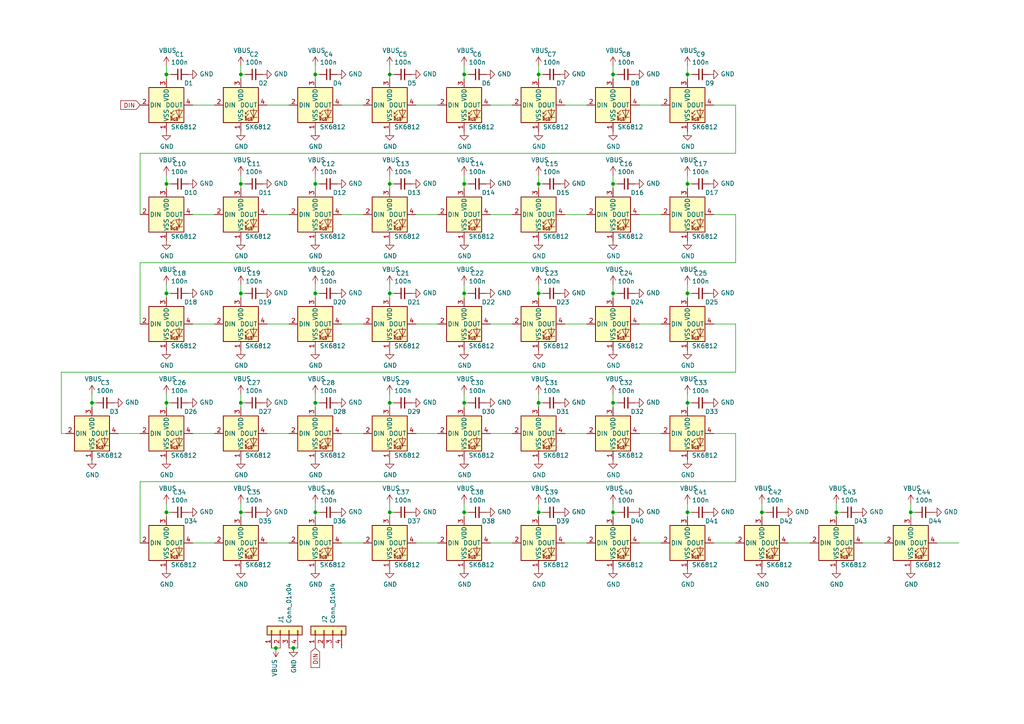
<source format=kicad_sch>
(kicad_sch (version 20211123) (generator eeschema)
  (paper "A4")
  (junction (at 177.8 53.34))
  (junction (at 199.39 53.34))
  (junction (at 91.44 53.34))
  (junction (at 113.03 148.59))
  (junction (at 134.62 21.59))
  (junction (at 69.85 148.59))
  (junction (at 177.8 85.09))
  (junction (at 48.26 116.84))
  (junction (at 134.62 85.09))
  (junction (at 177.8 148.59))
  (junction (at 156.21 53.34))
  (junction (at 91.44 85.09))
  (junction (at 113.03 21.59))
  (junction (at 134.62 148.59))
  (junction (at 91.44 21.59))
  (junction (at 69.85 21.59))
  (junction (at 48.26 53.34))
  (junction (at 69.85 53.34))
  (junction (at 199.39 85.09))
  (junction (at 113.03 53.34))
  (junction (at 48.26 21.59))
  (junction (at 69.85 116.84))
  (junction (at 199.39 116.84))
  (junction (at 177.8 116.84))
  (junction (at 91.44 148.59))
  (junction (at 199.39 148.59))
  (junction (at 156.21 21.59))
  (junction (at 156.21 116.84))
  (junction (at 113.03 85.09))
  (junction (at 242.57 148.59))
  (junction (at 26.67 116.84))
  (junction (at 177.8 21.59))
  (junction (at 48.26 148.59))
  (junction (at 156.21 148.59))
  (junction (at 199.39 21.59))
  (junction (at 80.01 187.96))
  (junction (at 113.03 116.84))
  (junction (at 48.26 85.09))
  (junction (at 220.98 148.59))
  (junction (at 156.21 85.09))
  (junction (at 134.62 116.84))
  (junction (at 134.62 53.34))
  (junction (at 91.44 116.84))
  (junction (at 85.09 187.96))
  (junction (at 69.85 85.09))
  (junction (at 264.16 148.59))
  (wire (pts (xy 48.26 19.05) (xy 48.26 21.59)))
  (wire (pts (xy 48.26 146.05) (xy 48.26 148.59)))
  (wire (pts (xy 55.88 93.98) (xy 62.23 93.98)))
  (wire (pts (xy 243.84 148.59) (xy 242.57 148.59)))
  (wire (pts (xy 163.83 62.23) (xy 170.18 62.23)))
  (wire (pts (xy 48.26 53.34) (xy 48.26 54.61)))
  (wire (pts (xy 220.98 146.05) (xy 220.98 148.59)))
  (wire (pts (xy 185.42 157.48) (xy 191.77 157.48)))
  (wire (pts (xy 135.89 53.34) (xy 134.62 53.34)))
  (wire (pts (xy 49.53 148.59) (xy 48.26 148.59)))
  (wire (pts (xy 91.44 53.34) (xy 91.44 54.61)))
  (wire (pts (xy 134.62 21.59) (xy 134.62 22.86)))
  (wire (pts (xy 207.01 157.48) (xy 213.36 157.48)))
  (wire (pts (xy 120.65 93.98) (xy 127 93.98)))
  (wire (pts (xy 71.12 21.59) (xy 69.85 21.59)))
  (wire (pts (xy 213.36 44.45) (xy 40.64 44.45)))
  (wire (pts (xy 55.88 157.48) (xy 62.23 157.48)))
  (wire (pts (xy 135.89 85.09) (xy 134.62 85.09)))
  (wire (pts (xy 69.85 53.34) (xy 69.85 54.61)))
  (wire (pts (xy 199.39 53.34) (xy 199.39 54.61)))
  (wire (pts (xy 200.66 148.59) (xy 199.39 148.59)))
  (wire (pts (xy 113.03 19.05) (xy 113.03 21.59)))
  (wire (pts (xy 200.66 21.59) (xy 199.39 21.59)))
  (wire (pts (xy 40.64 139.7) (xy 40.64 157.48)))
  (wire (pts (xy 91.44 82.55) (xy 91.44 85.09)))
  (wire (pts (xy 177.8 19.05) (xy 177.8 21.59)))
  (wire (pts (xy 69.85 116.84) (xy 69.85 118.11)))
  (wire (pts (xy 179.07 148.59) (xy 177.8 148.59)))
  (wire (pts (xy 34.29 125.73) (xy 40.64 125.73)))
  (wire (pts (xy 77.47 62.23) (xy 83.82 62.23)))
  (wire (pts (xy 134.62 53.34) (xy 134.62 54.61)))
  (wire (pts (xy 80.01 187.96) (xy 81.28 187.96)))
  (wire (pts (xy 200.66 116.84) (xy 199.39 116.84)))
  (wire (pts (xy 142.24 30.48) (xy 148.59 30.48)))
  (wire (pts (xy 179.07 85.09) (xy 177.8 85.09)))
  (wire (pts (xy 185.42 93.98) (xy 191.77 93.98)))
  (wire (pts (xy 179.07 21.59) (xy 177.8 21.59)))
  (wire (pts (xy 220.98 148.59) (xy 220.98 149.86)))
  (wire (pts (xy 157.48 85.09) (xy 156.21 85.09)))
  (wire (pts (xy 222.25 148.59) (xy 220.98 148.59)))
  (wire (pts (xy 157.48 116.84) (xy 156.21 116.84)))
  (wire (pts (xy 185.42 125.73) (xy 191.77 125.73)))
  (wire (pts (xy 77.47 125.73) (xy 83.82 125.73)))
  (wire (pts (xy 49.53 21.59) (xy 48.26 21.59)))
  (wire (pts (xy 213.36 44.45) (xy 213.36 30.48)))
  (wire (pts (xy 179.07 53.34) (xy 177.8 53.34)))
  (wire (pts (xy 48.26 21.59) (xy 48.26 22.86)))
  (wire (pts (xy 113.03 148.59) (xy 113.03 149.86)))
  (wire (pts (xy 157.48 21.59) (xy 156.21 21.59)))
  (wire (pts (xy 134.62 146.05) (xy 134.62 148.59)))
  (wire (pts (xy 99.06 125.73) (xy 105.41 125.73)))
  (wire (pts (xy 40.64 76.2) (xy 40.64 93.98)))
  (wire (pts (xy 17.78 107.95) (xy 213.36 107.95)))
  (wire (pts (xy 213.36 125.73) (xy 213.36 139.7)))
  (wire (pts (xy 185.42 30.48) (xy 191.77 30.48)))
  (wire (pts (xy 99.06 62.23) (xy 105.41 62.23)))
  (wire (pts (xy 48.26 116.84) (xy 48.26 118.11)))
  (wire (pts (xy 134.62 116.84) (xy 134.62 118.11)))
  (wire (pts (xy 91.44 146.05) (xy 91.44 148.59)))
  (wire (pts (xy 83.82 187.96) (xy 85.09 187.96)))
  (wire (pts (xy 71.12 116.84) (xy 69.85 116.84)))
  (wire (pts (xy 49.53 85.09) (xy 48.26 85.09)))
  (wire (pts (xy 85.09 187.96) (xy 86.36 187.96)))
  (wire (pts (xy 69.85 82.55) (xy 69.85 85.09)))
  (wire (pts (xy 114.3 21.59) (xy 113.03 21.59)))
  (wire (pts (xy 49.53 53.34) (xy 48.26 53.34)))
  (wire (pts (xy 77.47 157.48) (xy 83.82 157.48)))
  (wire (pts (xy 55.88 30.48) (xy 62.23 30.48)))
  (wire (pts (xy 199.39 146.05) (xy 199.39 148.59)))
  (wire (pts (xy 26.67 114.3) (xy 26.67 116.84)))
  (wire (pts (xy 142.24 62.23) (xy 148.59 62.23)))
  (wire (pts (xy 55.88 125.73) (xy 62.23 125.73)))
  (wire (pts (xy 69.85 114.3) (xy 69.85 116.84)))
  (wire (pts (xy 265.43 148.59) (xy 264.16 148.59)))
  (wire (pts (xy 177.8 146.05) (xy 177.8 148.59)))
  (wire (pts (xy 156.21 82.55) (xy 156.21 85.09)))
  (wire (pts (xy 134.62 82.55) (xy 134.62 85.09)))
  (wire (pts (xy 177.8 50.8) (xy 177.8 53.34)))
  (wire (pts (xy 27.94 116.84) (xy 26.67 116.84)))
  (wire (pts (xy 91.44 114.3) (xy 91.44 116.84)))
  (wire (pts (xy 157.48 148.59) (xy 156.21 148.59)))
  (wire (pts (xy 156.21 19.05) (xy 156.21 21.59)))
  (wire (pts (xy 264.16 146.05) (xy 264.16 148.59)))
  (wire (pts (xy 213.36 62.23) (xy 213.36 76.2)))
  (wire (pts (xy 156.21 53.34) (xy 156.21 54.61)))
  (wire (pts (xy 200.66 85.09) (xy 199.39 85.09)))
  (wire (pts (xy 91.44 50.8) (xy 91.44 53.34)))
  (wire (pts (xy 114.3 53.34) (xy 113.03 53.34)))
  (wire (pts (xy 199.39 50.8) (xy 199.39 53.34)))
  (wire (pts (xy 71.12 148.59) (xy 69.85 148.59)))
  (wire (pts (xy 185.42 62.23) (xy 191.77 62.23)))
  (wire (pts (xy 157.48 53.34) (xy 156.21 53.34)))
  (wire (pts (xy 69.85 50.8) (xy 69.85 53.34)))
  (wire (pts (xy 135.89 21.59) (xy 134.62 21.59)))
  (wire (pts (xy 71.12 85.09) (xy 69.85 85.09)))
  (wire (pts (xy 156.21 114.3) (xy 156.21 116.84)))
  (wire (pts (xy 120.65 157.48) (xy 127 157.48)))
  (wire (pts (xy 114.3 148.59) (xy 113.03 148.59)))
  (wire (pts (xy 92.71 85.09) (xy 91.44 85.09)))
  (wire (pts (xy 99.06 157.48) (xy 105.41 157.48)))
  (wire (pts (xy 113.03 114.3) (xy 113.03 116.84)))
  (wire (pts (xy 17.78 125.73) (xy 19.05 125.73)))
  (wire (pts (xy 113.03 50.8) (xy 113.03 53.34)))
  (wire (pts (xy 48.26 114.3) (xy 48.26 116.84)))
  (wire (pts (xy 250.19 157.48) (xy 256.54 157.48)))
  (wire (pts (xy 207.01 125.73) (xy 213.36 125.73)))
  (wire (pts (xy 48.26 82.55) (xy 48.26 85.09)))
  (wire (pts (xy 69.85 21.59) (xy 69.85 22.86)))
  (wire (pts (xy 177.8 21.59) (xy 177.8 22.86)))
  (wire (pts (xy 91.44 85.09) (xy 91.44 86.36)))
  (wire (pts (xy 114.3 85.09) (xy 113.03 85.09)))
  (wire (pts (xy 49.53 116.84) (xy 48.26 116.84)))
  (wire (pts (xy 163.83 157.48) (xy 170.18 157.48)))
  (wire (pts (xy 120.65 62.23) (xy 127 62.23)))
  (wire (pts (xy 177.8 53.34) (xy 177.8 54.61)))
  (wire (pts (xy 156.21 146.05) (xy 156.21 148.59)))
  (wire (pts (xy 156.21 148.59) (xy 156.21 149.86)))
  (wire (pts (xy 199.39 82.55) (xy 199.39 85.09)))
  (wire (pts (xy 113.03 82.55) (xy 113.03 85.09)))
  (wire (pts (xy 91.44 19.05) (xy 91.44 21.59)))
  (wire (pts (xy 199.39 114.3) (xy 199.39 116.84)))
  (wire (pts (xy 69.85 85.09) (xy 69.85 86.36)))
  (wire (pts (xy 199.39 85.09) (xy 199.39 86.36)))
  (wire (pts (xy 142.24 157.48) (xy 148.59 157.48)))
  (wire (pts (xy 242.57 148.59) (xy 242.57 149.86)))
  (wire (pts (xy 17.78 107.95) (xy 17.78 125.73)))
  (wire (pts (xy 113.03 116.84) (xy 113.03 118.11)))
  (wire (pts (xy 48.26 50.8) (xy 48.26 53.34)))
  (wire (pts (xy 92.71 21.59) (xy 91.44 21.59)))
  (wire (pts (xy 91.44 21.59) (xy 91.44 22.86)))
  (wire (pts (xy 213.36 93.98) (xy 213.36 107.95)))
  (wire (pts (xy 78.74 187.96) (xy 80.01 187.96)))
  (wire (pts (xy 199.39 116.84) (xy 199.39 118.11)))
  (wire (pts (xy 177.8 116.84) (xy 177.8 118.11)))
  (wire (pts (xy 48.26 148.59) (xy 48.26 149.86)))
  (wire (pts (xy 142.24 93.98) (xy 148.59 93.98)))
  (wire (pts (xy 48.26 85.09) (xy 48.26 86.36)))
  (wire (pts (xy 26.67 116.84) (xy 26.67 118.11)))
  (wire (pts (xy 271.78 157.48) (xy 278.13 157.48)))
  (wire (pts (xy 91.44 148.59) (xy 91.44 149.86)))
  (wire (pts (xy 134.62 50.8) (xy 134.62 53.34)))
  (wire (pts (xy 156.21 21.59) (xy 156.21 22.86)))
  (wire (pts (xy 156.21 116.84) (xy 156.21 118.11)))
  (wire (pts (xy 69.85 148.59) (xy 69.85 149.86)))
  (wire (pts (xy 207.01 62.23) (xy 213.36 62.23)))
  (wire (pts (xy 177.8 148.59) (xy 177.8 149.86)))
  (wire (pts (xy 135.89 148.59) (xy 134.62 148.59)))
  (wire (pts (xy 113.03 53.34) (xy 113.03 54.61)))
  (wire (pts (xy 69.85 19.05) (xy 69.85 21.59)))
  (wire (pts (xy 213.36 139.7) (xy 40.64 139.7)))
  (wire (pts (xy 91.44 116.84) (xy 91.44 118.11)))
  (wire (pts (xy 177.8 114.3) (xy 177.8 116.84)))
  (wire (pts (xy 179.07 116.84) (xy 177.8 116.84)))
  (wire (pts (xy 163.83 93.98) (xy 170.18 93.98)))
  (wire (pts (xy 156.21 50.8) (xy 156.21 53.34)))
  (wire (pts (xy 163.83 30.48) (xy 170.18 30.48)))
  (wire (pts (xy 142.24 125.73) (xy 148.59 125.73)))
  (wire (pts (xy 99.06 93.98) (xy 105.41 93.98)))
  (wire (pts (xy 213.36 76.2) (xy 40.64 76.2)))
  (wire (pts (xy 120.65 125.73) (xy 127 125.73)))
  (wire (pts (xy 199.39 19.05) (xy 199.39 21.59)))
  (wire (pts (xy 199.39 21.59) (xy 199.39 22.86)))
  (wire (pts (xy 134.62 148.59) (xy 134.62 149.86)))
  (wire (pts (xy 207.01 93.98) (xy 213.36 93.98)))
  (wire (pts (xy 77.47 30.48) (xy 83.82 30.48)))
  (wire (pts (xy 134.62 114.3) (xy 134.62 116.84)))
  (wire (pts (xy 92.71 116.84) (xy 91.44 116.84)))
  (wire (pts (xy 207.01 30.48) (xy 213.36 30.48)))
  (wire (pts (xy 69.85 146.05) (xy 69.85 148.59)))
  (wire (pts (xy 199.39 148.59) (xy 199.39 149.86)))
  (wire (pts (xy 77.47 93.98) (xy 83.82 93.98)))
  (wire (pts (xy 92.71 148.59) (xy 91.44 148.59)))
  (wire (pts (xy 200.66 53.34) (xy 199.39 53.34)))
  (wire (pts (xy 99.06 30.48) (xy 105.41 30.48)))
  (wire (pts (xy 135.89 116.84) (xy 134.62 116.84)))
  (wire (pts (xy 113.03 21.59) (xy 113.03 22.86)))
  (wire (pts (xy 120.65 30.48) (xy 127 30.48)))
  (wire (pts (xy 177.8 82.55) (xy 177.8 85.09)))
  (wire (pts (xy 71.12 53.34) (xy 69.85 53.34)))
  (wire (pts (xy 40.64 44.45) (xy 40.64 62.23)))
  (wire (pts (xy 55.88 62.23) (xy 62.23 62.23)))
  (wire (pts (xy 92.71 53.34) (xy 91.44 53.34)))
  (wire (pts (xy 163.83 125.73) (xy 170.18 125.73)))
  (wire (pts (xy 242.57 146.05) (xy 242.57 148.59)))
  (wire (pts (xy 264.16 148.59) (xy 264.16 149.86)))
  (wire (pts (xy 177.8 85.09) (xy 177.8 86.36)))
  (wire (pts (xy 134.62 85.09) (xy 134.62 86.36)))
  (wire (pts (xy 156.21 85.09) (xy 156.21 86.36)))
  (wire (pts (xy 113.03 85.09) (xy 113.03 86.36)))
  (wire (pts (xy 228.6 157.48) (xy 234.95 157.48)))
  (wire (pts (xy 114.3 116.84) (xy 113.03 116.84)))
  (wire (pts (xy 113.03 146.05) (xy 113.03 148.59)))
  (wire (pts (xy 134.62 19.05) (xy 134.62 21.59)))
  (global_label "DIN" (shape input) (at 40.64 30.48 180) (property "Intersheet References" "${INTERSHEET_REFS}" (effects hide)))
  (global_label "DIN" (shape input) (at 91.44 187.96 270) (property "Intersheet References" "${INTERSHEET_REFS}" (effects hide)))
  (symbol (lib_id "otter:GND") (at 85.09 187.96 0) (unit 1)
    (property "Reference" "#PWR069" (effects hide))
    (property "Value" "GND" (at 85.217 191.2112 90) (effects (justify right)))
  )
  (symbol (lib_id "power:VBUS") (at 80.01 187.96 180) (unit 1)
    (property "Reference" "#PWR068" (effects hide))
    (property "Value" "VBUS" (at 79.629 191.1858 90) (effects (justify left)))
  )
  (symbol (lib_id "LED:SK6812") (at 48.26 30.48 0) (unit 1)
    (property "Reference" "D1" (at 53.34 24.13 0) (effects (justify left)))
    (property "Value" "SK6812" (at 49.53 36.83 0) (effects (justify left)))
    (property "Footprint" "LED_SMD:LED_SK6812_PLCC4_5.0x5.0mm_P3.2mm" (effects hide))
    (property "Datasheet" "https://cdn-shop.adafruit.com/product-files/1138/SK6812+LED+datasheet+.pdf" (effects hide))
  )
  (symbol (lib_id "Device:C_Small") (at 52.07 21.59 90) (unit 1)
    (property "Reference" "C1" (at 52.07 15.7734 90))
    (property "Value" "100n" (at 52.07 18.0848 90))
    (property "Footprint" "otter:C_0402" (effects hide))
  )
  (symbol (lib_id "power:VBUS") (at 48.26 19.05 0) (unit 1)
    (property "Reference" "#PWR01" (effects hide))
    (property "Value" "VBUS" (at 48.641 14.6558 0))
  )
  (symbol (lib_id "otter:GND") (at 54.61 21.59 90) (unit 1)
    (property "Reference" "#PWR010" (effects hide))
    (property "Value" "GND" (at 57.8612 21.463 90) (effects (justify right)))
  )
  (symbol (lib_id "otter:GND") (at 48.26 38.1 0) (unit 1)
    (property "Reference" "#PWR019" (effects hide))
    (property "Value" "GND" (at 48.387 42.4942 0))
  )
  (symbol (lib_id "LED:SK6812") (at 69.85 30.48 0) (unit 1)
    (property "Reference" "D2" (at 74.93 24.13 0) (effects (justify left)))
    (property "Value" "SK6812" (at 71.12 36.83 0) (effects (justify left)))
    (property "Footprint" "LED_SMD:LED_SK6812_PLCC4_5.0x5.0mm_P3.2mm" (effects hide))
    (property "Datasheet" "https://cdn-shop.adafruit.com/product-files/1138/SK6812+LED+datasheet+.pdf" (effects hide))
  )
  (symbol (lib_id "Device:C_Small") (at 73.66 21.59 90) (unit 1)
    (property "Reference" "C2" (at 73.66 15.7734 90))
    (property "Value" "100n" (at 73.66 18.0848 90))
    (property "Footprint" "otter:C_0402" (effects hide))
  )
  (symbol (lib_id "power:VBUS") (at 69.85 19.05 0) (unit 1)
    (property "Reference" "#PWR02" (effects hide))
    (property "Value" "VBUS" (at 70.231 14.6558 0))
  )
  (symbol (lib_id "otter:GND") (at 76.2 21.59 90) (unit 1)
    (property "Reference" "#PWR011" (effects hide))
    (property "Value" "GND" (at 79.4512 21.463 90) (effects (justify right)))
  )
  (symbol (lib_id "otter:GND") (at 69.85 38.1 0) (unit 1)
    (property "Reference" "#PWR020" (effects hide))
    (property "Value" "GND" (at 69.977 42.4942 0))
  )
  (symbol (lib_id "LED:SK6812") (at 91.44 30.48 0) (unit 1)
    (property "Reference" "D4" (at 96.52 24.13 0) (effects (justify left)))
    (property "Value" "SK6812" (at 92.71 36.83 0) (effects (justify left)))
    (property "Footprint" "LED_SMD:LED_SK6812_PLCC4_5.0x5.0mm_P3.2mm" (effects hide))
    (property "Datasheet" "https://cdn-shop.adafruit.com/product-files/1138/SK6812+LED+datasheet+.pdf" (effects hide))
  )
  (symbol (lib_id "Device:C_Small") (at 95.25 21.59 90) (unit 1)
    (property "Reference" "C4" (at 95.25 15.7734 90))
    (property "Value" "100n" (at 95.25 18.0848 90))
    (property "Footprint" "otter:C_0402" (effects hide))
  )
  (symbol (lib_id "power:VBUS") (at 91.44 19.05 0) (unit 1)
    (property "Reference" "#PWR04" (effects hide))
    (property "Value" "VBUS" (at 91.821 14.6558 0))
  )
  (symbol (lib_id "otter:GND") (at 97.79 21.59 90) (unit 1)
    (property "Reference" "#PWR013" (effects hide))
    (property "Value" "GND" (at 101.0412 21.463 90) (effects (justify right)))
  )
  (symbol (lib_id "otter:GND") (at 91.44 38.1 0) (unit 1)
    (property "Reference" "#PWR022" (effects hide))
    (property "Value" "GND" (at 91.567 42.4942 0))
  )
  (symbol (lib_id "LED:SK6812") (at 113.03 30.48 0) (unit 1)
    (property "Reference" "D5" (at 118.11 24.13 0) (effects (justify left)))
    (property "Value" "SK6812" (at 114.3 36.83 0) (effects (justify left)))
    (property "Footprint" "LED_SMD:LED_SK6812_PLCC4_5.0x5.0mm_P3.2mm" (effects hide))
    (property "Datasheet" "https://cdn-shop.adafruit.com/product-files/1138/SK6812+LED+datasheet+.pdf" (effects hide))
  )
  (symbol (lib_id "Device:C_Small") (at 116.84 21.59 90) (unit 1)
    (property "Reference" "C5" (at 116.84 15.7734 90))
    (property "Value" "100n" (at 116.84 18.0848 90))
    (property "Footprint" "otter:C_0402" (effects hide))
  )
  (symbol (lib_id "power:VBUS") (at 113.03 19.05 0) (unit 1)
    (property "Reference" "#PWR05" (effects hide))
    (property "Value" "VBUS" (at 113.411 14.6558 0))
  )
  (symbol (lib_id "otter:GND") (at 119.38 21.59 90) (unit 1)
    (property "Reference" "#PWR014" (effects hide))
    (property "Value" "GND" (at 122.6312 21.463 90) (effects (justify right)))
  )
  (symbol (lib_id "otter:GND") (at 113.03 38.1 0) (unit 1)
    (property "Reference" "#PWR023" (effects hide))
    (property "Value" "GND" (at 113.157 42.4942 0))
  )
  (symbol (lib_id "LED:SK6812") (at 134.62 30.48 0) (unit 1)
    (property "Reference" "D6" (at 139.7 24.13 0) (effects (justify left)))
    (property "Value" "SK6812" (at 135.89 36.83 0) (effects (justify left)))
    (property "Footprint" "LED_SMD:LED_SK6812_PLCC4_5.0x5.0mm_P3.2mm" (effects hide))
    (property "Datasheet" "https://cdn-shop.adafruit.com/product-files/1138/SK6812+LED+datasheet+.pdf" (effects hide))
  )
  (symbol (lib_id "Device:C_Small") (at 138.43 21.59 90) (unit 1)
    (property "Reference" "C6" (at 138.43 15.7734 90))
    (property "Value" "100n" (at 138.43 18.0848 90))
    (property "Footprint" "otter:C_0402" (effects hide))
  )
  (symbol (lib_id "power:VBUS") (at 134.62 19.05 0) (unit 1)
    (property "Reference" "#PWR06" (effects hide))
    (property "Value" "VBUS" (at 135.001 14.6558 0))
  )
  (symbol (lib_id "otter:GND") (at 140.97 21.59 90) (unit 1)
    (property "Reference" "#PWR015" (effects hide))
    (property "Value" "GND" (at 144.2212 21.463 90) (effects (justify right)))
  )
  (symbol (lib_id "otter:GND") (at 134.62 38.1 0) (unit 1)
    (property "Reference" "#PWR024" (effects hide))
    (property "Value" "GND" (at 134.747 42.4942 0))
  )
  (symbol (lib_id "LED:SK6812") (at 156.21 30.48 0) (unit 1)
    (property "Reference" "D7" (at 161.29 24.13 0) (effects (justify left)))
    (property "Value" "SK6812" (at 157.48 36.83 0) (effects (justify left)))
    (property "Footprint" "LED_SMD:LED_SK6812_PLCC4_5.0x5.0mm_P3.2mm" (effects hide))
    (property "Datasheet" "https://cdn-shop.adafruit.com/product-files/1138/SK6812+LED+datasheet+.pdf" (effects hide))
  )
  (symbol (lib_id "Device:C_Small") (at 160.02 21.59 90) (unit 1)
    (property "Reference" "C7" (at 160.02 15.7734 90))
    (property "Value" "100n" (at 160.02 18.0848 90))
    (property "Footprint" "otter:C_0402" (effects hide))
  )
  (symbol (lib_id "power:VBUS") (at 156.21 19.05 0) (unit 1)
    (property "Reference" "#PWR07" (effects hide))
    (property "Value" "VBUS" (at 156.591 14.6558 0))
  )
  (symbol (lib_id "otter:GND") (at 162.56 21.59 90) (unit 1)
    (property "Reference" "#PWR016" (effects hide))
    (property "Value" "GND" (at 165.8112 21.463 90) (effects (justify right)))
  )
  (symbol (lib_id "otter:GND") (at 156.21 38.1 0) (unit 1)
    (property "Reference" "#PWR025" (effects hide))
    (property "Value" "GND" (at 156.337 42.4942 0))
  )
  (symbol (lib_id "LED:SK6812") (at 177.8 30.48 0) (unit 1)
    (property "Reference" "D8" (at 182.88 24.13 0) (effects (justify left)))
    (property "Value" "SK6812" (at 179.07 36.83 0) (effects (justify left)))
    (property "Footprint" "LED_SMD:LED_SK6812_PLCC4_5.0x5.0mm_P3.2mm" (effects hide))
    (property "Datasheet" "https://cdn-shop.adafruit.com/product-files/1138/SK6812+LED+datasheet+.pdf" (effects hide))
  )
  (symbol (lib_id "Device:C_Small") (at 181.61 21.59 90) (unit 1)
    (property "Reference" "C8" (at 181.61 15.7734 90))
    (property "Value" "100n" (at 181.61 18.0848 90))
    (property "Footprint" "otter:C_0402" (effects hide))
  )
  (symbol (lib_id "power:VBUS") (at 177.8 19.05 0) (unit 1)
    (property "Reference" "#PWR08" (effects hide))
    (property "Value" "VBUS" (at 178.181 14.6558 0))
  )
  (symbol (lib_id "otter:GND") (at 184.15 21.59 90) (unit 1)
    (property "Reference" "#PWR017" (effects hide))
    (property "Value" "GND" (at 187.4012 21.463 90) (effects (justify right)))
  )
  (symbol (lib_id "otter:GND") (at 177.8 38.1 0) (unit 1)
    (property "Reference" "#PWR026" (effects hide))
    (property "Value" "GND" (at 177.927 42.4942 0))
  )
  (symbol (lib_id "LED:SK6812") (at 199.39 30.48 0) (unit 1)
    (property "Reference" "D9" (at 204.47 24.13 0) (effects (justify left)))
    (property "Value" "SK6812" (at 200.66 36.83 0) (effects (justify left)))
    (property "Footprint" "LED_SMD:LED_SK6812_PLCC4_5.0x5.0mm_P3.2mm" (effects hide))
    (property "Datasheet" "https://cdn-shop.adafruit.com/product-files/1138/SK6812+LED+datasheet+.pdf" (effects hide))
  )
  (symbol (lib_id "Device:C_Small") (at 203.2 21.59 90) (unit 1)
    (property "Reference" "C9" (at 203.2 15.7734 90))
    (property "Value" "100n" (at 203.2 18.0848 90))
    (property "Footprint" "otter:C_0402" (effects hide))
  )
  (symbol (lib_id "power:VBUS") (at 199.39 19.05 0) (unit 1)
    (property "Reference" "#PWR09" (effects hide))
    (property "Value" "VBUS" (at 199.771 14.6558 0))
  )
  (symbol (lib_id "otter:GND") (at 205.74 21.59 90) (unit 1)
    (property "Reference" "#PWR018" (effects hide))
    (property "Value" "GND" (at 208.9912 21.463 90) (effects (justify right)))
  )
  (symbol (lib_id "otter:GND") (at 199.39 38.1 0) (unit 1)
    (property "Reference" "#PWR027" (effects hide))
    (property "Value" "GND" (at 199.517 42.4942 0))
  )
  (symbol (lib_id "LED:SK6812") (at 48.26 62.23 0) (unit 1)
    (property "Reference" "D10" (at 53.34 55.88 0) (effects (justify left)))
    (property "Value" "SK6812" (at 49.53 68.58 0) (effects (justify left)))
    (property "Footprint" "LED_SMD:LED_SK6812_PLCC4_5.0x5.0mm_P3.2mm" (effects hide))
    (property "Datasheet" "https://cdn-shop.adafruit.com/product-files/1138/SK6812+LED+datasheet+.pdf" (effects hide))
  )
  (symbol (lib_id "Device:C_Small") (at 52.07 53.34 90) (unit 1)
    (property "Reference" "C10" (at 52.07 47.5234 90))
    (property "Value" "100n" (at 52.07 49.8348 90))
    (property "Footprint" "otter:C_0402" (effects hide))
  )
  (symbol (lib_id "power:VBUS") (at 48.26 50.8 0) (unit 1)
    (property "Reference" "#PWR028" (effects hide))
    (property "Value" "VBUS" (at 48.641 46.4058 0))
  )
  (symbol (lib_id "otter:GND") (at 54.61 53.34 90) (unit 1)
    (property "Reference" "#PWR036" (effects hide))
    (property "Value" "GND" (at 57.8612 53.213 90) (effects (justify right)))
  )
  (symbol (lib_id "otter:GND") (at 48.26 69.85 0) (unit 1)
    (property "Reference" "#PWR044" (effects hide))
    (property "Value" "GND" (at 48.387 74.2442 0))
  )
  (symbol (lib_id "LED:SK6812") (at 69.85 62.23 0) (unit 1)
    (property "Reference" "D11" (at 74.93 55.88 0) (effects (justify left)))
    (property "Value" "SK6812" (at 71.12 68.58 0) (effects (justify left)))
    (property "Footprint" "LED_SMD:LED_SK6812_PLCC4_5.0x5.0mm_P3.2mm" (effects hide))
    (property "Datasheet" "https://cdn-shop.adafruit.com/product-files/1138/SK6812+LED+datasheet+.pdf" (effects hide))
  )
  (symbol (lib_id "Device:C_Small") (at 73.66 53.34 90) (unit 1)
    (property "Reference" "C11" (at 73.66 47.5234 90))
    (property "Value" "100n" (at 73.66 49.8348 90))
    (property "Footprint" "otter:C_0402" (effects hide))
  )
  (symbol (lib_id "power:VBUS") (at 69.85 50.8 0) (unit 1)
    (property "Reference" "#PWR029" (effects hide))
    (property "Value" "VBUS" (at 70.231 46.4058 0))
  )
  (symbol (lib_id "otter:GND") (at 76.2 53.34 90) (unit 1)
    (property "Reference" "#PWR037" (effects hide))
    (property "Value" "GND" (at 79.4512 53.213 90) (effects (justify right)))
  )
  (symbol (lib_id "otter:GND") (at 69.85 69.85 0) (unit 1)
    (property "Reference" "#PWR045" (effects hide))
    (property "Value" "GND" (at 69.977 74.2442 0))
  )
  (symbol (lib_id "LED:SK6812") (at 91.44 62.23 0) (unit 1)
    (property "Reference" "D12" (at 96.52 55.88 0) (effects (justify left)))
    (property "Value" "SK6812" (at 92.71 68.58 0) (effects (justify left)))
    (property "Footprint" "LED_SMD:LED_SK6812_PLCC4_5.0x5.0mm_P3.2mm" (effects hide))
    (property "Datasheet" "https://cdn-shop.adafruit.com/product-files/1138/SK6812+LED+datasheet+.pdf" (effects hide))
  )
  (symbol (lib_id "Device:C_Small") (at 95.25 53.34 90) (unit 1)
    (property "Reference" "C12" (at 95.25 47.5234 90))
    (property "Value" "100n" (at 95.25 49.8348 90))
    (property "Footprint" "otter:C_0402" (effects hide))
  )
  (symbol (lib_id "power:VBUS") (at 91.44 50.8 0) (unit 1)
    (property "Reference" "#PWR030" (effects hide))
    (property "Value" "VBUS" (at 91.821 46.4058 0))
  )
  (symbol (lib_id "otter:GND") (at 97.79 53.34 90) (unit 1)
    (property "Reference" "#PWR038" (effects hide))
    (property "Value" "GND" (at 101.0412 53.213 90) (effects (justify right)))
  )
  (symbol (lib_id "otter:GND") (at 91.44 69.85 0) (unit 1)
    (property "Reference" "#PWR046" (effects hide))
    (property "Value" "GND" (at 91.567 74.2442 0))
  )
  (symbol (lib_id "LED:SK6812") (at 113.03 62.23 0) (unit 1)
    (property "Reference" "D13" (at 118.11 55.88 0) (effects (justify left)))
    (property "Value" "SK6812" (at 114.3 68.58 0) (effects (justify left)))
    (property "Footprint" "LED_SMD:LED_SK6812_PLCC4_5.0x5.0mm_P3.2mm" (effects hide))
    (property "Datasheet" "https://cdn-shop.adafruit.com/product-files/1138/SK6812+LED+datasheet+.pdf" (effects hide))
  )
  (symbol (lib_id "Device:C_Small") (at 116.84 53.34 90) (unit 1)
    (property "Reference" "C13" (at 116.84 47.5234 90))
    (property "Value" "100n" (at 116.84 49.8348 90))
    (property "Footprint" "otter:C_0402" (effects hide))
  )
  (symbol (lib_id "power:VBUS") (at 113.03 50.8 0) (unit 1)
    (property "Reference" "#PWR031" (effects hide))
    (property "Value" "VBUS" (at 113.411 46.4058 0))
  )
  (symbol (lib_id "otter:GND") (at 119.38 53.34 90) (unit 1)
    (property "Reference" "#PWR039" (effects hide))
    (property "Value" "GND" (at 122.6312 53.213 90) (effects (justify right)))
  )
  (symbol (lib_id "otter:GND") (at 113.03 69.85 0) (unit 1)
    (property "Reference" "#PWR047" (effects hide))
    (property "Value" "GND" (at 113.157 74.2442 0))
  )
  (symbol (lib_id "LED:SK6812") (at 134.62 62.23 0) (unit 1)
    (property "Reference" "D14" (at 139.7 55.88 0) (effects (justify left)))
    (property "Value" "SK6812" (at 135.89 68.58 0) (effects (justify left)))
    (property "Footprint" "LED_SMD:LED_SK6812_PLCC4_5.0x5.0mm_P3.2mm" (effects hide))
    (property "Datasheet" "https://cdn-shop.adafruit.com/product-files/1138/SK6812+LED+datasheet+.pdf" (effects hide))
  )
  (symbol (lib_id "Device:C_Small") (at 138.43 53.34 90) (unit 1)
    (property "Reference" "C14" (at 138.43 47.5234 90))
    (property "Value" "100n" (at 138.43 49.8348 90))
    (property "Footprint" "otter:C_0402" (effects hide))
  )
  (symbol (lib_id "power:VBUS") (at 134.62 50.8 0) (unit 1)
    (property "Reference" "#PWR032" (effects hide))
    (property "Value" "VBUS" (at 135.001 46.4058 0))
  )
  (symbol (lib_id "otter:GND") (at 140.97 53.34 90) (unit 1)
    (property "Reference" "#PWR040" (effects hide))
    (property "Value" "GND" (at 144.2212 53.213 90) (effects (justify right)))
  )
  (symbol (lib_id "otter:GND") (at 134.62 69.85 0) (unit 1)
    (property "Reference" "#PWR048" (effects hide))
    (property "Value" "GND" (at 134.747 74.2442 0))
  )
  (symbol (lib_id "LED:SK6812") (at 156.21 62.23 0) (unit 1)
    (property "Reference" "D15" (at 161.29 55.88 0) (effects (justify left)))
    (property "Value" "SK6812" (at 157.48 68.58 0) (effects (justify left)))
    (property "Footprint" "LED_SMD:LED_SK6812_PLCC4_5.0x5.0mm_P3.2mm" (effects hide))
    (property "Datasheet" "https://cdn-shop.adafruit.com/product-files/1138/SK6812+LED+datasheet+.pdf" (effects hide))
  )
  (symbol (lib_id "Device:C_Small") (at 160.02 53.34 90) (unit 1)
    (property "Reference" "C15" (at 160.02 47.5234 90))
    (property "Value" "100n" (at 160.02 49.8348 90))
    (property "Footprint" "otter:C_0402" (effects hide))
  )
  (symbol (lib_id "power:VBUS") (at 156.21 50.8 0) (unit 1)
    (property "Reference" "#PWR033" (effects hide))
    (property "Value" "VBUS" (at 156.591 46.4058 0))
  )
  (symbol (lib_id "otter:GND") (at 162.56 53.34 90) (unit 1)
    (property "Reference" "#PWR041" (effects hide))
    (property "Value" "GND" (at 165.8112 53.213 90) (effects (justify right)))
  )
  (symbol (lib_id "otter:GND") (at 156.21 69.85 0) (unit 1)
    (property "Reference" "#PWR049" (effects hide))
    (property "Value" "GND" (at 156.337 74.2442 0))
  )
  (symbol (lib_id "LED:SK6812") (at 177.8 62.23 0) (unit 1)
    (property "Reference" "D16" (at 182.88 55.88 0) (effects (justify left)))
    (property "Value" "SK6812" (at 179.07 68.58 0) (effects (justify left)))
    (property "Footprint" "LED_SMD:LED_SK6812_PLCC4_5.0x5.0mm_P3.2mm" (effects hide))
    (property "Datasheet" "https://cdn-shop.adafruit.com/product-files/1138/SK6812+LED+datasheet+.pdf" (effects hide))
  )
  (symbol (lib_id "Device:C_Small") (at 181.61 53.34 90) (unit 1)
    (property "Reference" "C16" (at 181.61 47.5234 90))
    (property "Value" "100n" (at 181.61 49.8348 90))
    (property "Footprint" "otter:C_0402" (effects hide))
  )
  (symbol (lib_id "power:VBUS") (at 177.8 50.8 0) (unit 1)
    (property "Reference" "#PWR034" (effects hide))
    (property "Value" "VBUS" (at 178.181 46.4058 0))
  )
  (symbol (lib_id "otter:GND") (at 184.15 53.34 90) (unit 1)
    (property "Reference" "#PWR042" (effects hide))
    (property "Value" "GND" (at 187.4012 53.213 90) (effects (justify right)))
  )
  (symbol (lib_id "otter:GND") (at 177.8 69.85 0) (unit 1)
    (property "Reference" "#PWR050" (effects hide))
    (property "Value" "GND" (at 177.927 74.2442 0))
  )
  (symbol (lib_id "LED:SK6812") (at 199.39 62.23 0) (unit 1)
    (property "Reference" "D17" (at 204.47 55.88 0) (effects (justify left)))
    (property "Value" "SK6812" (at 200.66 68.58 0) (effects (justify left)))
    (property "Footprint" "LED_SMD:LED_SK6812_PLCC4_5.0x5.0mm_P3.2mm" (effects hide))
    (property "Datasheet" "https://cdn-shop.adafruit.com/product-files/1138/SK6812+LED+datasheet+.pdf" (effects hide))
  )
  (symbol (lib_id "Device:C_Small") (at 203.2 53.34 90) (unit 1)
    (property "Reference" "C17" (at 203.2 47.5234 90))
    (property "Value" "100n" (at 203.2 49.8348 90))
    (property "Footprint" "otter:C_0402" (effects hide))
  )
  (symbol (lib_id "power:VBUS") (at 199.39 50.8 0) (unit 1)
    (property "Reference" "#PWR035" (effects hide))
    (property "Value" "VBUS" (at 199.771 46.4058 0))
  )
  (symbol (lib_id "otter:GND") (at 205.74 53.34 90) (unit 1)
    (property "Reference" "#PWR043" (effects hide))
    (property "Value" "GND" (at 208.9912 53.213 90) (effects (justify right)))
  )
  (symbol (lib_id "otter:GND") (at 199.39 69.85 0) (unit 1)
    (property "Reference" "#PWR051" (effects hide))
    (property "Value" "GND" (at 199.517 74.2442 0))
  )
  (symbol (lib_id "LED:SK6812") (at 48.26 93.98 0) (unit 1)
    (property "Reference" "D18" (at 53.34 87.63 0) (effects (justify left)))
    (property "Value" "SK6812" (at 49.53 100.33 0) (effects (justify left)))
    (property "Footprint" "LED_SMD:LED_SK6812_PLCC4_5.0x5.0mm_P3.2mm" (effects hide))
    (property "Datasheet" "https://cdn-shop.adafruit.com/product-files/1138/SK6812+LED+datasheet+.pdf" (effects hide))
  )
  (symbol (lib_id "Device:C_Small") (at 52.07 85.09 90) (unit 1)
    (property "Reference" "C18" (at 52.07 79.2734 90))
    (property "Value" "100n" (at 52.07 81.5848 90))
    (property "Footprint" "otter:C_0402" (effects hide))
  )
  (symbol (lib_id "power:VBUS") (at 48.26 82.55 0) (unit 1)
    (property "Reference" "#PWR052" (effects hide))
    (property "Value" "VBUS" (at 48.641 78.1558 0))
  )
  (symbol (lib_id "otter:GND") (at 54.61 85.09 90) (unit 1)
    (property "Reference" "#PWR060" (effects hide))
    (property "Value" "GND" (at 57.8612 84.963 90) (effects (justify right)))
  )
  (symbol (lib_id "otter:GND") (at 48.26 101.6 0) (unit 1)
    (property "Reference" "#PWR070" (effects hide))
    (property "Value" "GND" (at 48.387 105.9942 0))
  )
  (symbol (lib_id "LED:SK6812") (at 69.85 93.98 0) (unit 1)
    (property "Reference" "D19" (at 74.93 87.63 0) (effects (justify left)))
    (property "Value" "SK6812" (at 71.12 100.33 0) (effects (justify left)))
    (property "Footprint" "LED_SMD:LED_SK6812_PLCC4_5.0x5.0mm_P3.2mm" (effects hide))
    (property "Datasheet" "https://cdn-shop.adafruit.com/product-files/1138/SK6812+LED+datasheet+.pdf" (effects hide))
  )
  (symbol (lib_id "Device:C_Small") (at 73.66 85.09 90) (unit 1)
    (property "Reference" "C19" (at 73.66 79.2734 90))
    (property "Value" "100n" (at 73.66 81.5848 90))
    (property "Footprint" "otter:C_0402" (effects hide))
  )
  (symbol (lib_id "power:VBUS") (at 69.85 82.55 0) (unit 1)
    (property "Reference" "#PWR053" (effects hide))
    (property "Value" "VBUS" (at 70.231 78.1558 0))
  )
  (symbol (lib_id "otter:GND") (at 76.2 85.09 90) (unit 1)
    (property "Reference" "#PWR061" (effects hide))
    (property "Value" "GND" (at 79.4512 84.963 90) (effects (justify right)))
  )
  (symbol (lib_id "otter:GND") (at 69.85 101.6 0) (unit 1)
    (property "Reference" "#PWR071" (effects hide))
    (property "Value" "GND" (at 69.977 105.9942 0))
  )
  (symbol (lib_id "LED:SK6812") (at 91.44 93.98 0) (unit 1)
    (property "Reference" "D20" (at 96.52 87.63 0) (effects (justify left)))
    (property "Value" "SK6812" (at 92.71 100.33 0) (effects (justify left)))
    (property "Footprint" "LED_SMD:LED_SK6812_PLCC4_5.0x5.0mm_P3.2mm" (effects hide))
    (property "Datasheet" "https://cdn-shop.adafruit.com/product-files/1138/SK6812+LED+datasheet+.pdf" (effects hide))
  )
  (symbol (lib_id "Device:C_Small") (at 95.25 85.09 90) (unit 1)
    (property "Reference" "C20" (at 95.25 79.2734 90))
    (property "Value" "100n" (at 95.25 81.5848 90))
    (property "Footprint" "otter:C_0402" (effects hide))
  )
  (symbol (lib_id "power:VBUS") (at 91.44 82.55 0) (unit 1)
    (property "Reference" "#PWR054" (effects hide))
    (property "Value" "VBUS" (at 91.821 78.1558 0))
  )
  (symbol (lib_id "otter:GND") (at 97.79 85.09 90) (unit 1)
    (property "Reference" "#PWR062" (effects hide))
    (property "Value" "GND" (at 101.0412 84.963 90) (effects (justify right)))
  )
  (symbol (lib_id "otter:GND") (at 91.44 101.6 0) (unit 1)
    (property "Reference" "#PWR072" (effects hide))
    (property "Value" "GND" (at 91.567 105.9942 0))
  )
  (symbol (lib_id "LED:SK6812") (at 113.03 93.98 0) (unit 1)
    (property "Reference" "D21" (at 118.11 87.63 0) (effects (justify left)))
    (property "Value" "SK6812" (at 114.3 100.33 0) (effects (justify left)))
    (property "Footprint" "LED_SMD:LED_SK6812_PLCC4_5.0x5.0mm_P3.2mm" (effects hide))
    (property "Datasheet" "https://cdn-shop.adafruit.com/product-files/1138/SK6812+LED+datasheet+.pdf" (effects hide))
  )
  (symbol (lib_id "Device:C_Small") (at 116.84 85.09 90) (unit 1)
    (property "Reference" "C21" (at 116.84 79.2734 90))
    (property "Value" "100n" (at 116.84 81.5848 90))
    (property "Footprint" "otter:C_0402" (effects hide))
  )
  (symbol (lib_id "power:VBUS") (at 113.03 82.55 0) (unit 1)
    (property "Reference" "#PWR055" (effects hide))
    (property "Value" "VBUS" (at 113.411 78.1558 0))
  )
  (symbol (lib_id "otter:GND") (at 119.38 85.09 90) (unit 1)
    (property "Reference" "#PWR063" (effects hide))
    (property "Value" "GND" (at 122.6312 84.963 90) (effects (justify right)))
  )
  (symbol (lib_id "otter:GND") (at 113.03 101.6 0) (unit 1)
    (property "Reference" "#PWR073" (effects hide))
    (property "Value" "GND" (at 113.157 105.9942 0))
  )
  (symbol (lib_id "LED:SK6812") (at 134.62 93.98 0) (unit 1)
    (property "Reference" "D22" (at 139.7 87.63 0) (effects (justify left)))
    (property "Value" "SK6812" (at 135.89 100.33 0) (effects (justify left)))
    (property "Footprint" "LED_SMD:LED_SK6812_PLCC4_5.0x5.0mm_P3.2mm" (effects hide))
    (property "Datasheet" "https://cdn-shop.adafruit.com/product-files/1138/SK6812+LED+datasheet+.pdf" (effects hide))
  )
  (symbol (lib_id "Device:C_Small") (at 138.43 85.09 90) (unit 1)
    (property "Reference" "C22" (at 138.43 79.2734 90))
    (property "Value" "100n" (at 138.43 81.5848 90))
    (property "Footprint" "otter:C_0402" (effects hide))
  )
  (symbol (lib_id "power:VBUS") (at 134.62 82.55 0) (unit 1)
    (property "Reference" "#PWR056" (effects hide))
    (property "Value" "VBUS" (at 135.001 78.1558 0))
  )
  (symbol (lib_id "otter:GND") (at 140.97 85.09 90) (unit 1)
    (property "Reference" "#PWR064" (effects hide))
    (property "Value" "GND" (at 144.2212 84.963 90) (effects (justify right)))
  )
  (symbol (lib_id "otter:GND") (at 134.62 101.6 0) (unit 1)
    (property "Reference" "#PWR074" (effects hide))
    (property "Value" "GND" (at 134.747 105.9942 0))
  )
  (symbol (lib_id "LED:SK6812") (at 156.21 93.98 0) (unit 1)
    (property "Reference" "D23" (at 161.29 87.63 0) (effects (justify left)))
    (property "Value" "SK6812" (at 157.48 100.33 0) (effects (justify left)))
    (property "Footprint" "LED_SMD:LED_SK6812_PLCC4_5.0x5.0mm_P3.2mm" (effects hide))
    (property "Datasheet" "https://cdn-shop.adafruit.com/product-files/1138/SK6812+LED+datasheet+.pdf" (effects hide))
  )
  (symbol (lib_id "Device:C_Small") (at 160.02 85.09 90) (unit 1)
    (property "Reference" "C23" (at 160.02 79.2734 90))
    (property "Value" "100n" (at 160.02 81.5848 90))
    (property "Footprint" "otter:C_0402" (effects hide))
  )
  (symbol (lib_id "power:VBUS") (at 156.21 82.55 0) (unit 1)
    (property "Reference" "#PWR057" (effects hide))
    (property "Value" "VBUS" (at 156.591 78.1558 0))
  )
  (symbol (lib_id "otter:GND") (at 162.56 85.09 90) (unit 1)
    (property "Reference" "#PWR065" (effects hide))
    (property "Value" "GND" (at 165.8112 84.963 90) (effects (justify right)))
  )
  (symbol (lib_id "otter:GND") (at 156.21 101.6 0) (unit 1)
    (property "Reference" "#PWR075" (effects hide))
    (property "Value" "GND" (at 156.337 105.9942 0))
  )
  (symbol (lib_id "LED:SK6812") (at 177.8 93.98 0) (unit 1)
    (property "Reference" "D24" (at 182.88 87.63 0) (effects (justify left)))
    (property "Value" "SK6812" (at 179.07 100.33 0) (effects (justify left)))
    (property "Footprint" "LED_SMD:LED_SK6812_PLCC4_5.0x5.0mm_P3.2mm" (effects hide))
    (property "Datasheet" "https://cdn-shop.adafruit.com/product-files/1138/SK6812+LED+datasheet+.pdf" (effects hide))
  )
  (symbol (lib_id "Device:C_Small") (at 181.61 85.09 90) (unit 1)
    (property "Reference" "C24" (at 181.61 79.2734 90))
    (property "Value" "100n" (at 181.61 81.5848 90))
    (property "Footprint" "otter:C_0402" (effects hide))
  )
  (symbol (lib_id "power:VBUS") (at 177.8 82.55 0) (unit 1)
    (property "Reference" "#PWR058" (effects hide))
    (property "Value" "VBUS" (at 178.181 78.1558 0))
  )
  (symbol (lib_id "otter:GND") (at 184.15 85.09 90) (unit 1)
    (property "Reference" "#PWR066" (effects hide))
    (property "Value" "GND" (at 187.4012 84.963 90) (effects (justify right)))
  )
  (symbol (lib_id "otter:GND") (at 177.8 101.6 0) (unit 1)
    (property "Reference" "#PWR076" (effects hide))
    (property "Value" "GND" (at 177.927 105.9942 0))
  )
  (symbol (lib_id "LED:SK6812") (at 199.39 93.98 0) (unit 1)
    (property "Reference" "D25" (at 204.47 87.63 0) (effects (justify left)))
    (property "Value" "SK6812" (at 200.66 100.33 0) (effects (justify left)))
    (property "Footprint" "LED_SMD:LED_SK6812_PLCC4_5.0x5.0mm_P3.2mm" (effects hide))
    (property "Datasheet" "https://cdn-shop.adafruit.com/product-files/1138/SK6812+LED+datasheet+.pdf" (effects hide))
  )
  (symbol (lib_id "Device:C_Small") (at 203.2 85.09 90) (unit 1)
    (property "Reference" "C25" (at 203.2 79.2734 90))
    (property "Value" "100n" (at 203.2 81.5848 90))
    (property "Footprint" "otter:C_0402" (effects hide))
  )
  (symbol (lib_id "power:VBUS") (at 199.39 82.55 0) (unit 1)
    (property "Reference" "#PWR059" (effects hide))
    (property "Value" "VBUS" (at 199.771 78.1558 0))
  )
  (symbol (lib_id "otter:GND") (at 205.74 85.09 90) (unit 1)
    (property "Reference" "#PWR067" (effects hide))
    (property "Value" "GND" (at 208.9912 84.963 90) (effects (justify right)))
  )
  (symbol (lib_id "otter:GND") (at 199.39 101.6 0) (unit 1)
    (property "Reference" "#PWR077" (effects hide))
    (property "Value" "GND" (at 199.517 105.9942 0))
  )
  (symbol (lib_id "LED:SK6812") (at 26.67 125.73 0) (unit 1)
    (property "Reference" "D3" (at 31.75 119.38 0) (effects (justify left)))
    (property "Value" "SK6812" (at 27.94 132.08 0) (effects (justify left)))
    (property "Footprint" "LED_SMD:LED_SK6812_PLCC4_5.0x5.0mm_P3.2mm" (effects hide))
    (property "Datasheet" "https://cdn-shop.adafruit.com/product-files/1138/SK6812+LED+datasheet+.pdf" (effects hide))
  )
  (symbol (lib_id "Device:C_Small") (at 30.48 116.84 90) (unit 1)
    (property "Reference" "C3" (at 30.48 111.0234 90))
    (property "Value" "100n" (at 30.48 113.3348 90))
    (property "Footprint" "otter:C_0402" (effects hide))
  )
  (symbol (lib_id "power:VBUS") (at 26.67 114.3 0) (unit 1)
    (property "Reference" "#PWR03" (effects hide))
    (property "Value" "VBUS" (at 27.051 109.9058 0))
  )
  (symbol (lib_id "otter:GND") (at 33.02 116.84 90) (unit 1)
    (property "Reference" "#PWR012" (effects hide))
    (property "Value" "GND" (at 36.2712 116.713 90) (effects (justify right)))
  )
  (symbol (lib_id "otter:GND") (at 26.67 133.35 0) (unit 1)
    (property "Reference" "#PWR021" (effects hide))
    (property "Value" "GND" (at 26.797 137.7442 0))
  )
  (symbol (lib_id "LED:SK6812") (at 220.98 157.48 0) (unit 1)
    (property "Reference" "D42" (at 226.06 151.13 0) (effects (justify left)))
    (property "Value" "SK6812" (at 222.25 163.83 0) (effects (justify left)))
    (property "Footprint" "LED_SMD:LED_SK6812_PLCC4_5.0x5.0mm_P3.2mm" (effects hide))
    (property "Datasheet" "https://cdn-shop.adafruit.com/product-files/1138/SK6812+LED+datasheet+.pdf" (effects hide))
  )
  (symbol (lib_id "Device:C_Small") (at 224.79 148.59 90) (unit 1)
    (property "Reference" "C42" (at 224.79 142.7734 90))
    (property "Value" "100n" (at 224.79 145.0848 90))
    (property "Footprint" "otter:C_0402" (effects hide))
  )
  (symbol (lib_id "power:VBUS") (at 220.98 146.05 0) (unit 1)
    (property "Reference" "#PWR0110" (effects hide))
    (property "Value" "VBUS" (at 221.361 141.6558 0))
  )
  (symbol (lib_id "otter:GND") (at 227.33 148.59 90) (unit 1)
    (property "Reference" "#PWR0121" (effects hide))
    (property "Value" "GND" (at 230.5812 148.463 90) (effects (justify right)))
  )
  (symbol (lib_id "otter:GND") (at 220.98 165.1 0) (unit 1)
    (property "Reference" "#PWR0132" (effects hide))
    (property "Value" "GND" (at 221.107 169.4942 0))
  )
  (symbol (lib_id "LED:SK6812") (at 242.57 157.48 0) (unit 1)
    (property "Reference" "D43" (at 247.65 151.13 0) (effects (justify left)))
    (property "Value" "SK6812" (at 243.84 163.83 0) (effects (justify left)))
    (property "Footprint" "LED_SMD:LED_SK6812_PLCC4_5.0x5.0mm_P3.2mm" (effects hide))
    (property "Datasheet" "https://cdn-shop.adafruit.com/product-files/1138/SK6812+LED+datasheet+.pdf" (effects hide))
  )
  (symbol (lib_id "Device:C_Small") (at 246.38 148.59 90) (unit 1)
    (property "Reference" "C43" (at 246.38 142.7734 90))
    (property "Value" "100n" (at 246.38 145.0848 90))
    (property "Footprint" "otter:C_0402" (effects hide))
  )
  (symbol (lib_id "power:VBUS") (at 242.57 146.05 0) (unit 1)
    (property "Reference" "#PWR0111" (effects hide))
    (property "Value" "VBUS" (at 242.951 141.6558 0))
  )
  (symbol (lib_id "otter:GND") (at 248.92 148.59 90) (unit 1)
    (property "Reference" "#PWR0122" (effects hide))
    (property "Value" "GND" (at 252.1712 148.463 90) (effects (justify right)))
  )
  (symbol (lib_id "otter:GND") (at 242.57 165.1 0) (unit 1)
    (property "Reference" "#PWR0133" (effects hide))
    (property "Value" "GND" (at 242.697 169.4942 0))
  )
  (symbol (lib_id "LED:SK6812") (at 264.16 157.48 0) (unit 1)
    (property "Reference" "D44" (at 269.24 151.13 0) (effects (justify left)))
    (property "Value" "SK6812" (at 265.43 163.83 0) (effects (justify left)))
    (property "Footprint" "LED_SMD:LED_SK6812_PLCC4_5.0x5.0mm_P3.2mm" (effects hide))
    (property "Datasheet" "https://cdn-shop.adafruit.com/product-files/1138/SK6812+LED+datasheet+.pdf" (effects hide))
  )
  (symbol (lib_id "Device:C_Small") (at 267.97 148.59 90) (unit 1)
    (property "Reference" "C44" (at 267.97 142.7734 90))
    (property "Value" "100n" (at 267.97 145.0848 90))
    (property "Footprint" "otter:C_0402" (effects hide))
  )
  (symbol (lib_id "power:VBUS") (at 264.16 146.05 0) (unit 1)
    (property "Reference" "#PWR0112" (effects hide))
    (property "Value" "VBUS" (at 264.541 141.6558 0))
  )
  (symbol (lib_id "otter:GND") (at 270.51 148.59 90) (unit 1)
    (property "Reference" "#PWR0123" (effects hide))
    (property "Value" "GND" (at 273.7612 148.463 90) (effects (justify right)))
  )
  (symbol (lib_id "otter:GND") (at 264.16 165.1 0) (unit 1)
    (property "Reference" "#PWR0134" (effects hide))
    (property "Value" "GND" (at 264.287 169.4942 0))
  )
  (symbol (lib_id "LED:SK6812") (at 48.26 125.73 0) (unit 1)
    (property "Reference" "D26" (at 53.34 119.38 0) (effects (justify left)))
    (property "Value" "SK6812" (at 49.53 132.08 0) (effects (justify left)))
    (property "Footprint" "LED_SMD:LED_SK6812_PLCC4_5.0x5.0mm_P3.2mm" (effects hide))
    (property "Datasheet" "https://cdn-shop.adafruit.com/product-files/1138/SK6812+LED+datasheet+.pdf" (effects hide))
  )
  (symbol (lib_id "Device:C_Small") (at 52.07 116.84 90) (unit 1)
    (property "Reference" "C26" (at 52.07 111.0234 90))
    (property "Value" "100n" (at 52.07 113.3348 90))
    (property "Footprint" "otter:C_0402" (effects hide))
  )
  (symbol (lib_id "power:VBUS") (at 48.26 114.3 0) (unit 1)
    (property "Reference" "#PWR078" (effects hide))
    (property "Value" "VBUS" (at 48.641 109.9058 0))
  )
  (symbol (lib_id "otter:GND") (at 54.61 116.84 90) (unit 1)
    (property "Reference" "#PWR086" (effects hide))
    (property "Value" "GND" (at 57.8612 116.713 90) (effects (justify right)))
  )
  (symbol (lib_id "otter:GND") (at 48.26 133.35 0) (unit 1)
    (property "Reference" "#PWR094" (effects hide))
    (property "Value" "GND" (at 48.387 137.7442 0))
  )
  (symbol (lib_id "LED:SK6812") (at 69.85 125.73 0) (unit 1)
    (property "Reference" "D27" (at 74.93 119.38 0) (effects (justify left)))
    (property "Value" "SK6812" (at 71.12 132.08 0) (effects (justify left)))
    (property "Footprint" "LED_SMD:LED_SK6812_PLCC4_5.0x5.0mm_P3.2mm" (effects hide))
    (property "Datasheet" "https://cdn-shop.adafruit.com/product-files/1138/SK6812+LED+datasheet+.pdf" (effects hide))
  )
  (symbol (lib_id "Device:C_Small") (at 73.66 116.84 90) (unit 1)
    (property "Reference" "C27" (at 73.66 111.0234 90))
    (property "Value" "100n" (at 73.66 113.3348 90))
    (property "Footprint" "otter:C_0402" (effects hide))
  )
  (symbol (lib_id "power:VBUS") (at 69.85 114.3 0) (unit 1)
    (property "Reference" "#PWR079" (effects hide))
    (property "Value" "VBUS" (at 70.231 109.9058 0))
  )
  (symbol (lib_id "otter:GND") (at 76.2 116.84 90) (unit 1)
    (property "Reference" "#PWR087" (effects hide))
    (property "Value" "GND" (at 79.4512 116.713 90) (effects (justify right)))
  )
  (symbol (lib_id "otter:GND") (at 69.85 133.35 0) (unit 1)
    (property "Reference" "#PWR095" (effects hide))
    (property "Value" "GND" (at 69.977 137.7442 0))
  )
  (symbol (lib_id "LED:SK6812") (at 91.44 125.73 0) (unit 1)
    (property "Reference" "D28" (at 96.52 119.38 0) (effects (justify left)))
    (property "Value" "SK6812" (at 92.71 132.08 0) (effects (justify left)))
    (property "Footprint" "LED_SMD:LED_SK6812_PLCC4_5.0x5.0mm_P3.2mm" (effects hide))
    (property "Datasheet" "https://cdn-shop.adafruit.com/product-files/1138/SK6812+LED+datasheet+.pdf" (effects hide))
  )
  (symbol (lib_id "Device:C_Small") (at 95.25 116.84 90) (unit 1)
    (property "Reference" "C28" (at 95.25 111.0234 90))
    (property "Value" "100n" (at 95.25 113.3348 90))
    (property "Footprint" "otter:C_0402" (effects hide))
  )
  (symbol (lib_id "power:VBUS") (at 91.44 114.3 0) (unit 1)
    (property "Reference" "#PWR080" (effects hide))
    (property "Value" "VBUS" (at 91.821 109.9058 0))
  )
  (symbol (lib_id "otter:GND") (at 97.79 116.84 90) (unit 1)
    (property "Reference" "#PWR088" (effects hide))
    (property "Value" "GND" (at 101.0412 116.713 90) (effects (justify right)))
  )
  (symbol (lib_id "otter:GND") (at 91.44 133.35 0) (unit 1)
    (property "Reference" "#PWR096" (effects hide))
    (property "Value" "GND" (at 91.567 137.7442 0))
  )
  (symbol (lib_id "LED:SK6812") (at 113.03 125.73 0) (unit 1)
    (property "Reference" "D29" (at 118.11 119.38 0) (effects (justify left)))
    (property "Value" "SK6812" (at 114.3 132.08 0) (effects (justify left)))
    (property "Footprint" "LED_SMD:LED_SK6812_PLCC4_5.0x5.0mm_P3.2mm" (effects hide))
    (property "Datasheet" "https://cdn-shop.adafruit.com/product-files/1138/SK6812+LED+datasheet+.pdf" (effects hide))
  )
  (symbol (lib_id "Device:C_Small") (at 116.84 116.84 90) (unit 1)
    (property "Reference" "C29" (at 116.84 111.0234 90))
    (property "Value" "100n" (at 116.84 113.3348 90))
    (property "Footprint" "otter:C_0402" (effects hide))
  )
  (symbol (lib_id "power:VBUS") (at 113.03 114.3 0) (unit 1)
    (property "Reference" "#PWR081" (effects hide))
    (property "Value" "VBUS" (at 113.411 109.9058 0))
  )
  (symbol (lib_id "otter:GND") (at 119.38 116.84 90) (unit 1)
    (property "Reference" "#PWR089" (effects hide))
    (property "Value" "GND" (at 122.6312 116.713 90) (effects (justify right)))
  )
  (symbol (lib_id "otter:GND") (at 113.03 133.35 0) (unit 1)
    (property "Reference" "#PWR097" (effects hide))
    (property "Value" "GND" (at 113.157 137.7442 0))
  )
  (symbol (lib_id "LED:SK6812") (at 134.62 125.73 0) (unit 1)
    (property "Reference" "D30" (at 139.7 119.38 0) (effects (justify left)))
    (property "Value" "SK6812" (at 135.89 132.08 0) (effects (justify left)))
    (property "Footprint" "LED_SMD:LED_SK6812_PLCC4_5.0x5.0mm_P3.2mm" (effects hide))
    (property "Datasheet" "https://cdn-shop.adafruit.com/product-files/1138/SK6812+LED+datasheet+.pdf" (effects hide))
  )
  (symbol (lib_id "Device:C_Small") (at 138.43 116.84 90) (unit 1)
    (property "Reference" "C30" (at 138.43 111.0234 90))
    (property "Value" "100n" (at 138.43 113.3348 90))
    (property "Footprint" "otter:C_0402" (effects hide))
  )
  (symbol (lib_id "power:VBUS") (at 134.62 114.3 0) (unit 1)
    (property "Reference" "#PWR082" (effects hide))
    (property "Value" "VBUS" (at 135.001 109.9058 0))
  )
  (symbol (lib_id "otter:GND") (at 140.97 116.84 90) (unit 1)
    (property "Reference" "#PWR090" (effects hide))
    (property "Value" "GND" (at 144.2212 116.713 90) (effects (justify right)))
  )
  (symbol (lib_id "otter:GND") (at 134.62 133.35 0) (unit 1)
    (property "Reference" "#PWR098" (effects hide))
    (property "Value" "GND" (at 134.747 137.7442 0))
  )
  (symbol (lib_id "LED:SK6812") (at 156.21 125.73 0) (unit 1)
    (property "Reference" "D31" (at 161.29 119.38 0) (effects (justify left)))
    (property "Value" "SK6812" (at 157.48 132.08 0) (effects (justify left)))
    (property "Footprint" "LED_SMD:LED_SK6812_PLCC4_5.0x5.0mm_P3.2mm" (effects hide))
    (property "Datasheet" "https://cdn-shop.adafruit.com/product-files/1138/SK6812+LED+datasheet+.pdf" (effects hide))
  )
  (symbol (lib_id "Device:C_Small") (at 160.02 116.84 90) (unit 1)
    (property "Reference" "C31" (at 160.02 111.0234 90))
    (property "Value" "100n" (at 160.02 113.3348 90))
    (property "Footprint" "otter:C_0402" (effects hide))
  )
  (symbol (lib_id "power:VBUS") (at 156.21 114.3 0) (unit 1)
    (property "Reference" "#PWR083" (effects hide))
    (property "Value" "VBUS" (at 156.591 109.9058 0))
  )
  (symbol (lib_id "otter:GND") (at 162.56 116.84 90) (unit 1)
    (property "Reference" "#PWR091" (effects hide))
    (property "Value" "GND" (at 165.8112 116.713 90) (effects (justify right)))
  )
  (symbol (lib_id "otter:GND") (at 156.21 133.35 0) (unit 1)
    (property "Reference" "#PWR099" (effects hide))
    (property "Value" "GND" (at 156.337 137.7442 0))
  )
  (symbol (lib_id "LED:SK6812") (at 177.8 125.73 0) (unit 1)
    (property "Reference" "D32" (at 182.88 119.38 0) (effects (justify left)))
    (property "Value" "SK6812" (at 179.07 132.08 0) (effects (justify left)))
    (property "Footprint" "LED_SMD:LED_SK6812_PLCC4_5.0x5.0mm_P3.2mm" (effects hide))
    (property "Datasheet" "https://cdn-shop.adafruit.com/product-files/1138/SK6812+LED+datasheet+.pdf" (effects hide))
  )
  (symbol (lib_id "Device:C_Small") (at 181.61 116.84 90) (unit 1)
    (property "Reference" "C32" (at 181.61 111.0234 90))
    (property "Value" "100n" (at 181.61 113.3348 90))
    (property "Footprint" "otter:C_0402" (effects hide))
  )
  (symbol (lib_id "power:VBUS") (at 177.8 114.3 0) (unit 1)
    (property "Reference" "#PWR084" (effects hide))
    (property "Value" "VBUS" (at 178.181 109.9058 0))
  )
  (symbol (lib_id "otter:GND") (at 184.15 116.84 90) (unit 1)
    (property "Reference" "#PWR092" (effects hide))
    (property "Value" "GND" (at 187.4012 116.713 90) (effects (justify right)))
  )
  (symbol (lib_id "otter:GND") (at 177.8 133.35 0) (unit 1)
    (property "Reference" "#PWR0100" (effects hide))
    (property "Value" "GND" (at 177.927 137.7442 0))
  )
  (symbol (lib_id "LED:SK6812") (at 199.39 125.73 0) (unit 1)
    (property "Reference" "D33" (at 204.47 119.38 0) (effects (justify left)))
    (property "Value" "SK6812" (at 200.66 132.08 0) (effects (justify left)))
    (property "Footprint" "LED_SMD:LED_SK6812_PLCC4_5.0x5.0mm_P3.2mm" (effects hide))
    (property "Datasheet" "https://cdn-shop.adafruit.com/product-files/1138/SK6812+LED+datasheet+.pdf" (effects hide))
  )
  (symbol (lib_id "Device:C_Small") (at 203.2 116.84 90) (unit 1)
    (property "Reference" "C33" (at 203.2 111.0234 90))
    (property "Value" "100n" (at 203.2 113.3348 90))
    (property "Footprint" "otter:C_0402" (effects hide))
  )
  (symbol (lib_id "power:VBUS") (at 199.39 114.3 0) (unit 1)
    (property "Reference" "#PWR085" (effects hide))
    (property "Value" "VBUS" (at 199.771 109.9058 0))
  )
  (symbol (lib_id "otter:GND") (at 205.74 116.84 90) (unit 1)
    (property "Reference" "#PWR093" (effects hide))
    (property "Value" "GND" (at 208.9912 116.713 90) (effects (justify right)))
  )
  (symbol (lib_id "otter:GND") (at 199.39 133.35 0) (unit 1)
    (property "Reference" "#PWR0101" (effects hide))
    (property "Value" "GND" (at 199.517 137.7442 0))
  )
  (symbol (lib_id "LED:SK6812") (at 48.26 157.48 0) (unit 1)
    (property "Reference" "D34" (at 53.34 151.13 0) (effects (justify left)))
    (property "Value" "SK6812" (at 49.53 163.83 0) (effects (justify left)))
    (property "Footprint" "LED_SMD:LED_SK6812_PLCC4_5.0x5.0mm_P3.2mm" (effects hide))
    (property "Datasheet" "https://cdn-shop.adafruit.com/product-files/1138/SK6812+LED+datasheet+.pdf" (effects hide))
  )
  (symbol (lib_id "Device:C_Small") (at 52.07 148.59 90) (unit 1)
    (property "Reference" "C34" (at 52.07 142.7734 90))
    (property "Value" "100n" (at 52.07 145.0848 90))
    (property "Footprint" "otter:C_0402" (effects hide))
  )
  (symbol (lib_id "power:VBUS") (at 48.26 146.05 0) (unit 1)
    (property "Reference" "#PWR0102" (effects hide))
    (property "Value" "VBUS" (at 48.641 141.6558 0))
  )
  (symbol (lib_id "otter:GND") (at 54.61 148.59 90) (unit 1)
    (property "Reference" "#PWR0113" (effects hide))
    (property "Value" "GND" (at 57.8612 148.463 90) (effects (justify right)))
  )
  (symbol (lib_id "otter:GND") (at 48.26 165.1 0) (unit 1)
    (property "Reference" "#PWR0124" (effects hide))
    (property "Value" "GND" (at 48.387 169.4942 0))
  )
  (symbol (lib_id "LED:SK6812") (at 69.85 157.48 0) (unit 1)
    (property "Reference" "D35" (at 74.93 151.13 0) (effects (justify left)))
    (property "Value" "SK6812" (at 71.12 163.83 0) (effects (justify left)))
    (property "Footprint" "LED_SMD:LED_SK6812_PLCC4_5.0x5.0mm_P3.2mm" (effects hide))
    (property "Datasheet" "https://cdn-shop.adafruit.com/product-files/1138/SK6812+LED+datasheet+.pdf" (effects hide))
  )
  (symbol (lib_id "Device:C_Small") (at 73.66 148.59 90) (unit 1)
    (property "Reference" "C35" (at 73.66 142.7734 90))
    (property "Value" "100n" (at 73.66 145.0848 90))
    (property "Footprint" "otter:C_0402" (effects hide))
  )
  (symbol (lib_id "power:VBUS") (at 69.85 146.05 0) (unit 1)
    (property "Reference" "#PWR0103" (effects hide))
    (property "Value" "VBUS" (at 70.231 141.6558 0))
  )
  (symbol (lib_id "otter:GND") (at 76.2 148.59 90) (unit 1)
    (property "Reference" "#PWR0114" (effects hide))
    (property "Value" "GND" (at 79.4512 148.463 90) (effects (justify right)))
  )
  (symbol (lib_id "otter:GND") (at 69.85 165.1 0) (unit 1)
    (property "Reference" "#PWR0125" (effects hide))
    (property "Value" "GND" (at 69.977 169.4942 0))
  )
  (symbol (lib_id "LED:SK6812") (at 91.44 157.48 0) (unit 1)
    (property "Reference" "D36" (at 96.52 151.13 0) (effects (justify left)))
    (property "Value" "SK6812" (at 92.71 163.83 0) (effects (justify left)))
    (property "Footprint" "LED_SMD:LED_SK6812_PLCC4_5.0x5.0mm_P3.2mm" (effects hide))
    (property "Datasheet" "https://cdn-shop.adafruit.com/product-files/1138/SK6812+LED+datasheet+.pdf" (effects hide))
  )
  (symbol (lib_id "Device:C_Small") (at 95.25 148.59 90) (unit 1)
    (property "Reference" "C36" (at 95.25 142.7734 90))
    (property "Value" "100n" (at 95.25 145.0848 90))
    (property "Footprint" "otter:C_0402" (effects hide))
  )
  (symbol (lib_id "power:VBUS") (at 91.44 146.05 0) (unit 1)
    (property "Reference" "#PWR0104" (effects hide))
    (property "Value" "VBUS" (at 91.821 141.6558 0))
  )
  (symbol (lib_id "otter:GND") (at 97.79 148.59 90) (unit 1)
    (property "Reference" "#PWR0115" (effects hide))
    (property "Value" "GND" (at 101.0412 148.463 90) (effects (justify right)))
  )
  (symbol (lib_id "otter:GND") (at 91.44 165.1 0) (unit 1)
    (property "Reference" "#PWR0126" (effects hide))
    (property "Value" "GND" (at 91.567 169.4942 0))
  )
  (symbol (lib_id "LED:SK6812") (at 113.03 157.48 0) (unit 1)
    (property "Reference" "D37" (at 118.11 151.13 0) (effects (justify left)))
    (property "Value" "SK6812" (at 114.3 163.83 0) (effects (justify left)))
    (property "Footprint" "LED_SMD:LED_SK6812_PLCC4_5.0x5.0mm_P3.2mm" (effects hide))
    (property "Datasheet" "https://cdn-shop.adafruit.com/product-files/1138/SK6812+LED+datasheet+.pdf" (effects hide))
  )
  (symbol (lib_id "Device:C_Small") (at 116.84 148.59 90) (unit 1)
    (property "Reference" "C37" (at 116.84 142.7734 90))
    (property "Value" "100n" (at 116.84 145.0848 90))
    (property "Footprint" "otter:C_0402" (effects hide))
  )
  (symbol (lib_id "power:VBUS") (at 113.03 146.05 0) (unit 1)
    (property "Reference" "#PWR0105" (effects hide))
    (property "Value" "VBUS" (at 113.411 141.6558 0))
  )
  (symbol (lib_id "otter:GND") (at 119.38 148.59 90) (unit 1)
    (property "Reference" "#PWR0116" (effects hide))
    (property "Value" "GND" (at 122.6312 148.463 90) (effects (justify right)))
  )
  (symbol (lib_id "otter:GND") (at 113.03 165.1 0) (unit 1)
    (property "Reference" "#PWR0127" (effects hide))
    (property "Value" "GND" (at 113.157 169.4942 0))
  )
  (symbol (lib_id "LED:SK6812") (at 134.62 157.48 0) (unit 1)
    (property "Reference" "D38" (at 139.7 151.13 0) (effects (justify left)))
    (property "Value" "SK6812" (at 135.89 163.83 0) (effects (justify left)))
    (property "Footprint" "LED_SMD:LED_SK6812_PLCC4_5.0x5.0mm_P3.2mm" (effects hide))
    (property "Datasheet" "https://cdn-shop.adafruit.com/product-files/1138/SK6812+LED+datasheet+.pdf" (effects hide))
  )
  (symbol (lib_id "Device:C_Small") (at 138.43 148.59 90) (unit 1)
    (property "Reference" "C38" (at 138.43 142.7734 90))
    (property "Value" "100n" (at 138.43 145.0848 90))
    (property "Footprint" "otter:C_0402" (effects hide))
  )
  (symbol (lib_id "power:VBUS") (at 134.62 146.05 0) (unit 1)
    (property "Reference" "#PWR0106" (effects hide))
    (property "Value" "VBUS" (at 135.001 141.6558 0))
  )
  (symbol (lib_id "otter:GND") (at 140.97 148.59 90) (unit 1)
    (property "Reference" "#PWR0117" (effects hide))
    (property "Value" "GND" (at 144.2212 148.463 90) (effects (justify right)))
  )
  (symbol (lib_id "otter:GND") (at 134.62 165.1 0) (unit 1)
    (property "Reference" "#PWR0128" (effects hide))
    (property "Value" "GND" (at 134.747 169.4942 0))
  )
  (symbol (lib_id "LED:SK6812") (at 156.21 157.48 0) (unit 1)
    (property "Reference" "D39" (at 161.29 151.13 0) (effects (justify left)))
    (property "Value" "SK6812" (at 157.48 163.83 0) (effects (justify left)))
    (property "Footprint" "LED_SMD:LED_SK6812_PLCC4_5.0x5.0mm_P3.2mm" (effects hide))
    (property "Datasheet" "https://cdn-shop.adafruit.com/product-files/1138/SK6812+LED+datasheet+.pdf" (effects hide))
  )
  (symbol (lib_id "Device:C_Small") (at 160.02 148.59 90) (unit 1)
    (property "Reference" "C39" (at 160.02 142.7734 90))
    (property "Value" "100n" (at 160.02 145.0848 90))
    (property "Footprint" "otter:C_0402" (effects hide))
  )
  (symbol (lib_id "power:VBUS") (at 156.21 146.05 0) (unit 1)
    (property "Reference" "#PWR0107" (effects hide))
    (property "Value" "VBUS" (at 156.591 141.6558 0))
  )
  (symbol (lib_id "otter:GND") (at 162.56 148.59 90) (unit 1)
    (property "Reference" "#PWR0118" (effects hide))
    (property "Value" "GND" (at 165.8112 148.463 90) (effects (justify right)))
  )
  (symbol (lib_id "otter:GND") (at 156.21 165.1 0) (unit 1)
    (property "Reference" "#PWR0129" (effects hide))
    (property "Value" "GND" (at 156.337 169.4942 0))
  )
  (symbol (lib_id "LED:SK6812") (at 177.8 157.48 0) (unit 1)
    (property "Reference" "D40" (at 182.88 151.13 0) (effects (justify left)))
    (property "Value" "SK6812" (at 179.07 163.83 0) (effects (justify left)))
    (property "Footprint" "LED_SMD:LED_SK6812_PLCC4_5.0x5.0mm_P3.2mm" (effects hide))
    (property "Datasheet" "https://cdn-shop.adafruit.com/product-files/1138/SK6812+LED+datasheet+.pdf" (effects hide))
  )
  (symbol (lib_id "Device:C_Small") (at 181.61 148.59 90) (unit 1)
    (property "Reference" "C40" (at 181.61 142.7734 90))
    (property "Value" "100n" (at 181.61 145.0848 90))
    (property "Footprint" "otter:C_0402" (effects hide))
  )
  (symbol (lib_id "power:VBUS") (at 177.8 146.05 0) (unit 1)
    (property "Reference" "#PWR0108" (effects hide))
    (property "Value" "VBUS" (at 178.181 141.6558 0))
  )
  (symbol (lib_id "otter:GND") (at 184.15 148.59 90) (unit 1)
    (property "Reference" "#PWR0119" (effects hide))
    (property "Value" "GND" (at 187.4012 148.463 90) (effects (justify right)))
  )
  (symbol (lib_id "otter:GND") (at 177.8 165.1 0) (unit 1)
    (property "Reference" "#PWR0130" (effects hide))
    (property "Value" "GND" (at 177.927 169.4942 0))
  )
  (symbol (lib_id "LED:SK6812") (at 199.39 157.48 0) (unit 1)
    (property "Reference" "D41" (at 204.47 151.13 0) (effects (justify left)))
    (property "Value" "SK6812" (at 200.66 163.83 0) (effects (justify left)))
    (property "Footprint" "LED_SMD:LED_SK6812_PLCC4_5.0x5.0mm_P3.2mm" (effects hide))
    (property "Datasheet" "https://cdn-shop.adafruit.com/product-files/1138/SK6812+LED+datasheet+.pdf" (effects hide))
  )
  (symbol (lib_id "Device:C_Small") (at 203.2 148.59 90) (unit 1)
    (property "Reference" "C41" (at 203.2 142.7734 90))
    (property "Value" "100n" (at 203.2 145.0848 90))
    (property "Footprint" "otter:C_0402" (effects hide))
  )
  (symbol (lib_id "power:VBUS") (at 199.39 146.05 0) (unit 1)
    (property "Reference" "#PWR0109" (effects hide))
    (property "Value" "VBUS" (at 199.771 141.6558 0))
  )
  (symbol (lib_id "otter:GND") (at 205.74 148.59 90) (unit 1)
    (property "Reference" "#PWR0120" (effects hide))
    (property "Value" "GND" (at 208.9912 148.463 90) (effects (justify right)))
  )
  (symbol (lib_id "otter:GND") (at 199.39 165.1 0) (unit 1)
    (property "Reference" "#PWR0131" (effects hide))
    (property "Value" "GND" (at 199.517 169.4942 0))
  )
  (symbol (lib_id "Connector_Generic:Conn_01x04") (at 81.28 182.88 90) (unit 1)
    (property "Reference" "J1" (at 81.4832 180.848 0) (effects (justify left)))
    (property "Value" "Conn_01x04" (at 83.7946 180.848 0) (effects (justify left)))
    (property "Footprint" "Connector_PinHeader_2.54mm:PinHeader_1x04_P2.54mm_Vertical_SMD_Pin1Left" (effects hide))
  )
  (symbol (lib_id "Connector_Generic:Conn_01x04") (at 93.98 182.88 90) (unit 1)
    (property "Reference" "J2" (at 94.1832 180.848 0) (effects (justify left)))
    (property "Value" "Conn_01x04" (at 96.4946 180.848 0) (effects (justify left)))
    (property "Footprint" "Connector_PinHeader_2.54mm:PinHeader_1x04_P2.54mm_Vertical_SMD_Pin1Left" (effects hide))
  )
)
</source>
